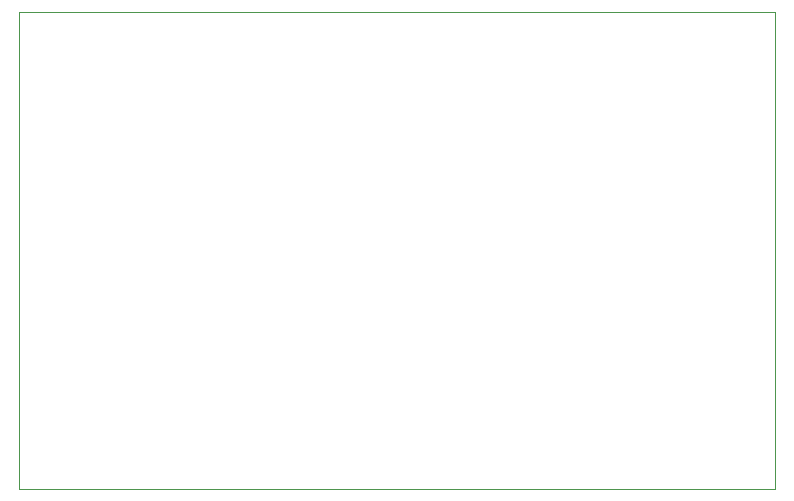
<source format=gbr>
%TF.GenerationSoftware,KiCad,Pcbnew,7.0.1*%
%TF.CreationDate,2023-10-09T09:12:30+02:00*%
%TF.ProjectId,ULN_PowerSupply_v2_0,554c4e5f-506f-4776-9572-537570706c79,rev?*%
%TF.SameCoordinates,Original*%
%TF.FileFunction,Profile,NP*%
%FSLAX46Y46*%
G04 Gerber Fmt 4.6, Leading zero omitted, Abs format (unit mm)*
G04 Created by KiCad (PCBNEW 7.0.1) date 2023-10-09 09:12:30*
%MOMM*%
%LPD*%
G01*
G04 APERTURE LIST*
%TA.AperFunction,Profile*%
%ADD10C,0.050000*%
%TD*%
G04 APERTURE END LIST*
D10*
X121920000Y-83058000D02*
X185928000Y-83058000D01*
X185928000Y-123444000D01*
X121920000Y-123444000D01*
X121920000Y-83058000D01*
M02*

</source>
